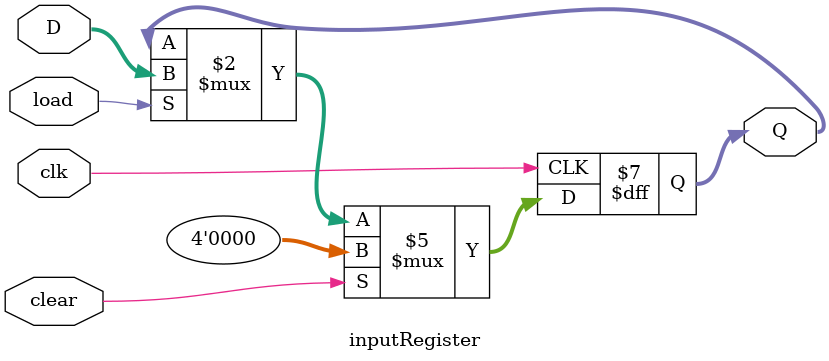
<source format=v>
`timescale 1ns / 1ps

module inputRegister(load, clear, clk, D, Q);

//inputs
input clear, clk, load;
input [3:0] D;

//outputs
output reg [3:0] Q;

//Fired on CLK
always @ (posedge clk)
       //if clear is on, them output is 0
    if(clear)
        Q <= 0;
        //if Load is on, then the output will be the input
    else if(load)
        Q <= D;
    
endmodule

</source>
